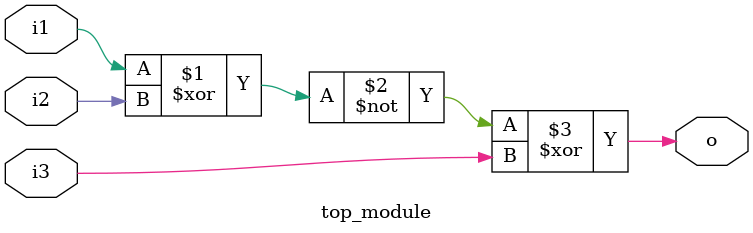
<source format=sv>
module top_module(
    input i1,
    input i2,
    input i3,
    output o
  );

  assign o = (~(i1 ^ i2)) ^ i3;

`ifdef COCOTB_SIM

  initial
  begin
    $dumpfile ("top_module.vcd");
    $dumpvars (0, top_module);
    #1;
  end
`endif
endmodule

</source>
